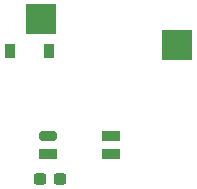
<source format=gbr>
%TF.GenerationSoftware,KiCad,Pcbnew,6.0.5*%
%TF.CreationDate,2022-10-09T08:24:47+11:00*%
%TF.ProjectId,ameoba,616d656f-6261-42e6-9b69-6361645f7063,rev?*%
%TF.SameCoordinates,Original*%
%TF.FileFunction,Paste,Bot*%
%TF.FilePolarity,Positive*%
%FSLAX46Y46*%
G04 Gerber Fmt 4.6, Leading zero omitted, Abs format (unit mm)*
G04 Created by KiCad (PCBNEW 6.0.5) date 2022-10-09 08:24:47*
%MOMM*%
%LPD*%
G01*
G04 APERTURE LIST*
G04 Aperture macros list*
%AMRoundRect*
0 Rectangle with rounded corners*
0 $1 Rounding radius*
0 $2 $3 $4 $5 $6 $7 $8 $9 X,Y pos of 4 corners*
0 Add a 4 corners polygon primitive as box body*
4,1,4,$2,$3,$4,$5,$6,$7,$8,$9,$2,$3,0*
0 Add four circle primitives for the rounded corners*
1,1,$1+$1,$2,$3*
1,1,$1+$1,$4,$5*
1,1,$1+$1,$6,$7*
1,1,$1+$1,$8,$9*
0 Add four rect primitives between the rounded corners*
20,1,$1+$1,$2,$3,$4,$5,0*
20,1,$1+$1,$4,$5,$6,$7,0*
20,1,$1+$1,$6,$7,$8,$9,0*
20,1,$1+$1,$8,$9,$2,$3,0*%
G04 Aperture macros list end*
%ADD10R,2.600000X2.600000*%
%ADD11R,0.900000X1.200000*%
%ADD12R,1.492724X0.824104*%
%ADD13R,1.492724X0.810988*%
%ADD14RoundRect,0.205318X0.539189X0.205318X-0.539189X0.205318X-0.539189X-0.205318X0.539189X-0.205318X0*%
%ADD15R,1.489015X0.821296*%
%ADD16RoundRect,0.237500X0.300000X0.237500X-0.300000X0.237500X-0.300000X-0.237500X0.300000X-0.237500X0*%
G04 APERTURE END LIST*
D10*
%TO.C,S18*%
X22125000Y-19450000D03*
X33675000Y-21650000D03*
%TD*%
D11*
%TO.C,D3*%
X22840772Y-22111848D03*
X19540772Y-22111848D03*
%TD*%
D12*
%TO.C,REF\u002A\u002A*%
X28065013Y-30847946D03*
D13*
X28065013Y-29345495D03*
D14*
X22755893Y-29349364D03*
D15*
X22755893Y-30849352D03*
%TD*%
D16*
%TO.C,REF\u002A\u002A*%
X23770122Y-32944693D03*
X22045122Y-32944693D03*
%TD*%
M02*

</source>
